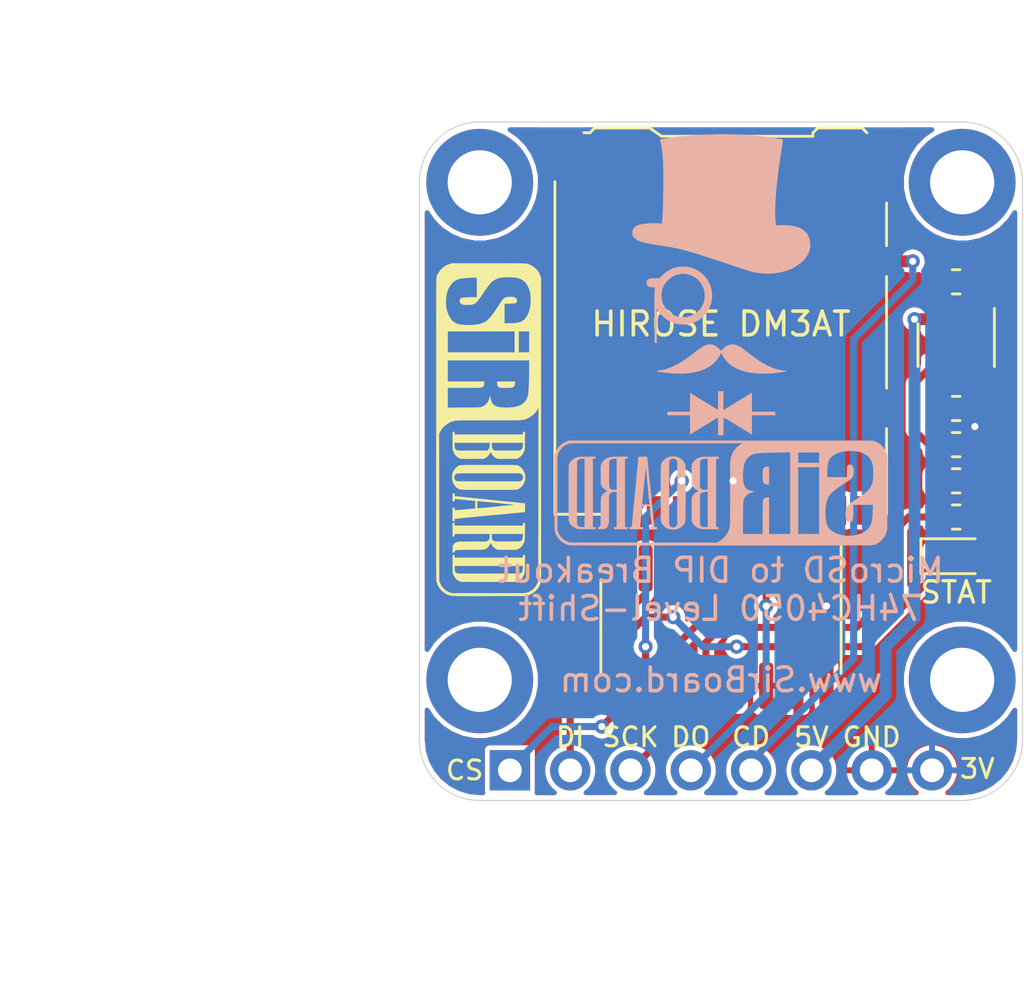
<source format=kicad_pcb>
(kicad_pcb (version 20171130) (host pcbnew "(5.1.2)-2")
  (title_block (title "MicroSD to DIP Breakout_74HC4050") (date 2019-10-25) (rev 2) (company SirBoard) (comment 1 www.SirBoard.com) (comment 2 "HIROSE DM3AT") (comment 3 "DIP 2.54mm"))
  (layers (0 F.Cu signal) (31 B.Cu signal) (34 B.Paste user hide) (35 F.Paste user hide) (36 B.SilkS user) (37 F.SilkS user) (38 B.Mask user hide) (39 F.Mask user hide) (44 Edge.Cuts user))
  (net 0 "")
  (net 1 GND)
  (net 2 VIN)
  (net 3 VOUT)
  (net 4 "Net-(D1-Pad2)")
  (net 5 CS)
  (net 6 DO)
  (net 7 SCK)
  (net 8 DI)
  (net 9 DETA)
  (net 10 "Net-(J3-Pad1)")
  (net 11 "Net-(J3-Pad8)")
  (net 12 DETB)
  (net 13 ADJ)
  (net 14 "Net-(R6-Pad1)")
  (net 15 /DO_SD)
  (net 16 /CLK_SD)
  (net 17 /DI_SD)
  (net 18 /CS_SD)
  (module logo:SirBoard140x44 (layer F.Cu) (at 54.61 31.75 270)
    (fp_text reference G*** hide)
    (fp_text value LOGO hide)
  )
  (module Package_SO:SOIC-16_3.9x9.9mm_P1.27mm (layer F.Cu) (at 64.389 40.0685 270)
    (fp_text reference U2 hide)
    (fp_text value 4050)
    (pad 16 smd roundrect (at 2.475 -4.445 270) (size 1.95 0.6) (layers F.Cu F.Paste F.Mask))
    (pad 15 smd roundrect (at 2.475 -3.175 270) (size 1.95 0.6) (layers F.Cu F.Paste F.Mask) (net 1 GND))
    (pad 14 smd roundrect (at 2.475 -1.905 270) (size 1.95 0.6) (layers F.Cu F.Paste F.Mask) (net 1 GND))
    (pad 13 smd roundrect (at 2.475 -0.635 270) (size 1.95 0.6) (layers F.Cu F.Paste F.Mask))
    (pad 12 smd roundrect (at 2.475 0.635 270) (size 1.95 0.6) (layers F.Cu F.Paste F.Mask) (net 14 "Net-(R6-Pad1)"))
    (pad 11 smd roundrect (at 2.475 1.905 270) (size 1.95 0.6) (layers F.Cu F.Paste F.Mask) (net 7 SCK))
    (pad 10 smd roundrect (at 2.475 3.175 270) (size 1.95 0.6) (layers F.Cu F.Paste F.Mask) (net 18 /CS_SD))
    (pad 9 smd roundrect (at 2.475 4.445 270) (size 1.95 0.6) (layers F.Cu F.Paste F.Mask) (net 5 CS))
    (pad 8 smd roundrect (at -2.475 4.445 270) (size 1.95 0.6) (layers F.Cu F.Paste F.Mask) (net 1 GND))
    (pad 7 smd roundrect (at -2.475 3.175 270) (size 1.95 0.6) (layers F.Cu F.Paste F.Mask) (net 8 DI))
    (pad 6 smd roundrect (at -2.475 1.905 270) (size 1.95 0.6) (layers F.Cu F.Paste F.Mask) (net 17 /DI_SD))
    (pad 5 smd roundrect (at -2.475 0.635 270) (size 1.95 0.6) (layers F.Cu F.Paste F.Mask) (net 7 SCK))
    (pad 4 smd roundrect (at -2.475 -0.635 270) (size 1.95 0.6) (layers F.Cu F.Paste F.Mask) (net 16 /CLK_SD))
    (pad 3 smd roundrect (at -2.475 -1.905 270) (size 1.95 0.6) (layers F.Cu F.Paste F.Mask) (net 6 DO))
    (pad 2 smd roundrect (at -2.475 -3.175 270) (size 1.95 0.6) (layers F.Cu F.Paste F.Mask) (net 15 /DO_SD))
    (pad 1 smd roundrect (at -2.475 -4.445 270) (size 1.95 0.6) (layers F.Cu F.Paste F.Mask) (net 3 VOUT))
  )
  (module Connector_Card:microSD_HC_Hirose_DM3AT-SF-PEJM5 (layer F.Cu) (at 64.389 27.432 180)
    (fp_text reference "HIROSE DM3AT" (at 0 0.127 unlocked) (layer F.SilkS))
    (fp_text value Micro_SD_Card_Det)
    (pad 11 smd rect (at 6.675 7.375 180) (size 1.3 1.9) (layers F.Cu F.Paste F.Mask) (net 1 GND))
    (pad 11 smd rect (at -6.825 6.925 180) (size 1 2.8) (layers F.Cu F.Paste F.Mask) (net 1 GND))
    (pad 10 smd rect (at -6.825 2.775 180) (size 1 0.8) (layers F.Cu F.Paste F.Mask) (net 9 DETA))
    (pad 11 smd rect (at -6.825 -3.425 180) (size 1 1.2) (layers F.Cu F.Paste F.Mask) (net 1 GND))
    (pad 11 smd rect (at 4.325 -7.725 180) (size 1 1.2) (layers F.Cu F.Paste F.Mask) (net 1 GND))
    (pad 7 smd rect (at -3.825 -7.725 180) (size 0.7 1.2) (layers F.Cu F.Paste F.Mask) (net 15 /DO_SD))
    (pad 6 smd rect (at -2.725 -7.725 180) (size 0.7 1.2) (layers F.Cu F.Paste F.Mask) (net 1 GND))
    (pad 5 smd rect (at -1.625 -7.725 180) (size 0.7 1.2) (layers F.Cu F.Paste F.Mask) (net 16 /CLK_SD))
    (pad 4 smd rect (at -0.525 -7.725 180) (size 0.7 1.2) (layers F.Cu F.Paste F.Mask) (net 3 VOUT))
    (pad 3 smd rect (at 0.575 -7.725 180) (size 0.7 1.2) (layers F.Cu F.Paste F.Mask) (net 17 /DI_SD))
    (pad 2 smd rect (at 1.675 -7.725 180) (size 0.7 1.2) (layers F.Cu F.Paste F.Mask) (net 18 /CS_SD))
    (pad 1 smd rect (at 2.775 -7.725 180) (size 0.7 1.2) (layers F.Cu F.Paste F.Mask) (net 10 "Net-(J3-Pad1)"))
    (pad 8 smd rect (at -4.925 -7.725 180) (size 0.7 1.2) (layers F.Cu F.Paste F.Mask) (net 11 "Net-(J3-Pad8)"))
    (pad 9 smd rect (at -5.875 -7.725 180) (size 0.7 1.2) (layers F.Cu F.Paste F.Mask) (net 12 DETB))
  )
  (module Connector_PinHeader_2.54mm:PinHeader_1x08_P2.54mm_Vertical (layer B.Cu) (at 55.499 46.101 270)
    (fp_text reference J1 hide)
    (fp_text value Conn_01x08)
    (pad 8 thru_hole oval (at 0 -17.78 270) (size 1.7 1.7) (drill 1) (layers *.Cu *.Mask) (net 3 VOUT))
    (pad 7 thru_hole oval (at 0 -15.24 270) (size 1.7 1.7) (drill 1) (layers *.Cu *.Mask) (net 1 GND))
    (pad 6 thru_hole oval (at 0 -12.7 270) (size 1.7 1.7) (drill 1) (layers *.Cu *.Mask) (net 2 VIN))
    (pad 5 thru_hole oval (at 0 -10.16 270) (size 1.7 1.7) (drill 1) (layers *.Cu *.Mask) (net 9 DETA))
    (pad 4 thru_hole oval (at 0 -7.62 270) (size 1.7 1.7) (drill 1) (layers *.Cu *.Mask) (net 6 DO))
    (pad 3 thru_hole oval (at 0 -5.08 270) (size 1.7 1.7) (drill 1) (layers *.Cu *.Mask) (net 7 SCK))
    (pad 2 thru_hole oval (at 0 -2.54 270) (size 1.7 1.7) (drill 1) (layers *.Cu *.Mask) (net 8 DI))
    (pad 1 thru_hole rect (at 0 0 270) (size 1.7 1.7) (drill 1) (layers *.Cu *.Mask) (net 5 CS))
  )
  (module logo:logo126x178 (layer B.Cu) (at 64.389 25.654 180)
    (fp_text reference G*** hide)
    (fp_text value LOGO hide)
  )
  (module logo:SirBoard140x44 (layer B.Cu) (at 64.389 34.417 180)
    (fp_text reference G*** hide)
    (fp_text value LOGO hide)
  )
  (module Package_TO_SOT_SMD:SOT-23-5 (layer F.Cu) (at 74.295 28.194 270)
    (fp_text reference U1 hide)
    (fp_text value AP7365)
    (pad 5 smd rect (at 1.1 -0.95 270) (size 1.06 0.65) (layers F.Cu F.Paste F.Mask) (net 3 VOUT))
    (pad 4 smd rect (at 1.1 0.95 270) (size 1.06 0.65) (layers F.Cu F.Paste F.Mask) (net 13 ADJ))
    (pad 3 smd rect (at -1.1 0.95 270) (size 1.06 0.65) (layers F.Cu F.Paste F.Mask) (net 2 VIN))
    (pad 2 smd rect (at -1.1 0 270) (size 1.06 0.65) (layers F.Cu F.Paste F.Mask) (net 1 GND))
    (pad 1 smd rect (at -1.1 -0.95 270) (size 1.06 0.65) (layers F.Cu F.Paste F.Mask) (net 2 VIN))
  )
  (module Resistor_SMD:R_0603_1608Metric (layer F.Cu) (at 74.295 35.433)
    (fp_text reference R6 hide)
    (fp_text value 1K)
    (pad 2 smd roundrect (at 0.7875 0) (size 0.875 0.95) (layers F.Cu F.Paste F.Mask) (net 4 "Net-(D1-Pad2)"))
    (pad 1 smd roundrect (at -0.7875 0) (size 0.875 0.95) (layers F.Cu F.Paste F.Mask) (net 14 "Net-(R6-Pad1)"))
  )
  (module Resistor_SMD:R_0603_1608Metric (layer F.Cu) (at 74.295 33.909)
    (fp_text reference R3 hide)
    (fp_text value 10K)
    (pad 2 smd roundrect (at 0.7875 0) (size 0.875 0.95) (layers F.Cu F.Paste F.Mask) (net 1 GND))
    (pad 1 smd roundrect (at -0.7875 0) (size 0.875 0.95) (layers F.Cu F.Paste F.Mask) (net 13 ADJ))
  )
  (module Resistor_SMD:R_0603_1608Metric (layer F.Cu) (at 74.295 32.385 180)
    (fp_text reference R1 hide)
    (fp_text value 31K6)
    (pad 2 smd roundrect (at 0.7875 0 180) (size 0.875 0.95) (layers F.Cu F.Paste F.Mask) (net 13 ADJ))
    (pad 1 smd roundrect (at -0.7875 0 180) (size 0.875 0.95) (layers F.Cu F.Paste F.Mask) (net 3 VOUT))
  )
  (module MountingHole:MountingHole_2.7mm_M2.5_ISO14580_Pad (layer F.Cu) (at 74.549 42.291 180)
    (fp_text reference H4 hide)
    (fp_text value MountingHole)
    (pad 1 thru_hole circle (at 0 0 180) (size 4.5 4.5) (drill 2.7) (layers *.Cu *.Mask))
  )
  (module MountingHole:MountingHole_2.7mm_M2.5_ISO14580_Pad (layer F.Cu) (at 74.549 21.336 180)
    (fp_text reference H3 hide)
    (fp_text value MountingHole)
    (pad 1 thru_hole circle (at 0 0 180) (size 4.5 4.5) (drill 2.7) (layers *.Cu *.Mask))
  )
  (module MountingHole:MountingHole_2.7mm_M2.5_ISO14580_Pad (layer F.Cu) (at 54.229 42.291 180)
    (fp_text reference H2 hide)
    (fp_text value MountingHole)
    (pad 1 thru_hole circle (at 0 0 180) (size 4.5 4.5) (drill 2.7) (layers *.Cu *.Mask))
  )
  (module MountingHole:MountingHole_2.7mm_M2.5_ISO14580_Pad (layer F.Cu) (at 54.229 21.336 180)
    (fp_text reference H1 hide)
    (fp_text value MountingHole)
    (pad 1 thru_hole circle (at 0 0 180) (size 4.5 4.5) (drill 2.7) (layers *.Cu *.Mask))
  )
  (module LED_SMD:LED_0603_1608Metric (layer F.Cu) (at 74.295 37.084)
    (fp_text reference STAT (at 0 1.524 unlocked) (layer F.SilkS) (effects (font (size 0.9 0.9) (thickness 0.14))))
    (fp_text value LED)
    (pad 2 smd roundrect (at 0.7875 0) (size 0.875 0.95) (layers F.Cu F.Paste F.Mask) (net 4 "Net-(D1-Pad2)"))
    (pad 1 smd roundrect (at -0.7875 0) (size 0.875 0.95) (layers F.Cu F.Paste F.Mask) (net 5 CS))
  )
  (module Capacitor_SMD:C_0603_1608Metric (layer F.Cu) (at 74.295 30.861 180)
    (fp_text reference C2 hide)
    (fp_text value 1uF)
    (pad 2 smd roundrect (at 0.7875 0 180) (size 0.875 0.95) (layers F.Cu F.Paste F.Mask) (net 1 GND))
    (pad 1 smd roundrect (at -0.7875 0 180) (size 0.875 0.95) (layers F.Cu F.Paste F.Mask) (net 3 VOUT))
  )
  (module Capacitor_SMD:C_0603_1608Metric (layer F.Cu) (at 74.295 25.527 180)
    (fp_text reference C1 hide)
    (fp_text value 1uF)
    (pad 2 smd roundrect (at 0.7875 0 180) (size 0.875 0.95) (layers F.Cu F.Paste F.Mask) (net 1 GND))
    (pad 1 smd roundrect (at -0.7875 0 180) (size 0.875 0.95) (layers F.Cu F.Paste F.Mask) (net 2 VIN))
  )
  (gr_text CS (at 53.594 46.101) (layer F.SilkS) (effects (font (size 0.8 0.8) (thickness 0.13))))
  (gr_text DI (at 58.039 44.704) (layer F.SilkS) (effects (font (size 0.8 0.8) (thickness 0.13))))
  (gr_text SCK (at 60.579 44.704) (layer F.SilkS) (effects (font (size 0.8 0.8) (thickness 0.13))))
  (gr_text DO (at 63.119 44.704) (layer F.SilkS) (effects (font (size 0.8 0.8) (thickness 0.13))))
  (gr_text 3V (at 75.184 46.0375) (layer F.SilkS) (effects (font (size 0.8 0.8) (thickness 0.13))))
  (gr_text GND (at 70.739 44.704) (layer F.SilkS) (effects (font (size 0.8 0.8) (thickness 0.13))))
  (gr_text 5V (at 68.199 44.704) (layer F.SilkS) (effects (font (size 0.8 0.8) (thickness 0.13))))
  (gr_text "MicroSD to DIP Breakout\n74HC4050 Level-Shift" (at 64.389 38.481) (layer B.SilkS) (effects (font (size 1 1)) (justify mirror)))
  (gr_text www.SirBoard.com (at 64.389 42.291) (layer B.SilkS) (effects (font (size 1 1)) (justify mirror)))
  (gr_text CD (at 65.659 44.704) (layer F.SilkS) (effects (font (size 0.8 0.8) (thickness 0.13))))
  (gr_line (start 77.089 44.831) (end 77.089 21.336) (layer Edge.Cuts) (width 0.05))
  (gr_line (start 54.229 47.371) (end 74.549 47.371) (layer Edge.Cuts) (width 0.05))
  (gr_line (start 51.689 21.336) (end 51.689 44.831) (layer Edge.Cuts) (width 0.05))
  (gr_line (start 54.229 18.796) (end 74.549 18.796) (layer Edge.Cuts) (width 0.05))
  (gr_arc (start 54.229 21.336) (end 54.229 18.796) (angle -90) (layer Edge.Cuts) (width 0.05))
  (gr_arc (start 74.549 21.336) (end 77.089 21.336) (angle -90) (layer Edge.Cuts) (width 0.05))
  (gr_arc (start 74.549 44.831) (end 74.549 47.371) (angle -90) (layer Edge.Cuts) (width 0.05))
  (gr_arc (start 54.229 44.831) (end 51.689 44.831) (angle -90) (layer Edge.Cuts) (width 0.05))
  (segment (start 75.245 25.6895) (end 75.0825 25.527) (width 0.3) (layer F.Cu) (net 2))
  (segment (start 75.245 27.094) (end 75.245 25.6895) (width 0.3) (layer F.Cu) (net 2))
  (segment (start 73.345 27.752) (end 73.345 27.094) (width 0.3) (layer F.Cu) (net 2))
  (segment (start 73.787 28.194) (end 73.345 27.752) (width 0.3) (layer F.Cu) (net 2))
  (segment (start 74.803 28.194) (end 73.787 28.194) (width 0.3) (layer F.Cu) (net 2))
  (segment (start 75.245 27.094) (end 75.245 27.752) (width 0.3) (layer F.Cu) (net 2))
  (segment (start 75.245 27.752) (end 74.803 28.194) (width 0.3) (layer F.Cu) (net 2))
  (via (at 72.5424 27.1018) (size 0.6) (drill 0.3) (layers F.Cu B.Cu) (net 2))
  (segment (start 73.3372 27.1018) (end 73.345 27.094) (width 0.5) (layer F.Cu) (net 2))
  (segment (start 72.5424 27.1018) (end 73.3372 27.1018) (width 0.5) (layer F.Cu) (net 2))
  (segment (start 72.5424 39.6748) (end 72.5424 27.1018) (width 0.5) (layer B.Cu) (net 2))
  (segment (start 71.3232 40.894) (end 72.5424 39.6748) (width 0.5) (layer B.Cu) (net 2))
  (segment (start 71.3232 42.926) (end 71.3232 40.894) (width 0.5) (layer B.Cu) (net 2))
  (segment (start 68.199 46.101) (end 68.199 46.0502) (width 0.5) (layer B.Cu) (net 2))
  (segment (start 68.199 46.0502) (end 71.3232 42.926) (width 0.5) (layer B.Cu) (net 2))
  (via (at 64.897 33.909) (size 0.6) (drill 0.3) (layers F.Cu B.Cu) (net 3))
  (segment (start 64.914 35.157) (end 64.914 33.926) (width 0.3) (layer F.Cu) (net 3))
  (segment (start 64.914 33.926) (end 64.897 33.909) (width 0.3) (layer F.Cu) (net 3))
  (via (at 68.834 39.1795) (size 0.6) (drill 0.3) (layers F.Cu B.Cu) (net 3))
  (segment (start 68.834 37.5935) (end 68.834 39.1795) (width 0.3) (layer F.Cu) (net 3))
  (segment (start 75.0825 32.385) (end 75.0825 31.6229) (width 0.3) (layer F.Cu) (net 3))
  (segment (start 75.245 30.6985) (end 75.0825 30.861) (width 0.3) (layer F.Cu) (net 3))
  (segment (start 75.245 29.294) (end 75.245 30.6985) (width 0.3) (layer F.Cu) (net 3))
  (segment (start 75.0825 31.6229) (end 75.0825 30.861) (width 0.3) (layer F.Cu) (net 3))
  (via (at 75.0825 31.6229) (size 0.6) (drill 0.3) (layers F.Cu B.Cu) (net 3))
  (segment (start 75.0825 37.084) (end 75.0825 35.433) (width 0.3) (layer F.Cu) (net 4))
  (via (at 59.3725 44.2595) (size 0.6) (drill 0.3) (layers F.Cu B.Cu) (net 5))
  (segment (start 59.944 42.5435) (end 59.944 43.688) (width 0.3) (layer F.Cu) (net 5))
  (segment (start 59.944 43.688) (end 59.3725 44.2595) (width 0.3) (layer F.Cu) (net 5))
  (segment (start 55.499 46.0375) (end 55.499 46.101) (width 0.3) (layer B.Cu) (net 5))
  (segment (start 59.3725 44.2595) (end 57.277 44.2595) (width 0.3) (layer B.Cu) (net 5))
  (segment (start 57.277 44.2595) (end 55.499 46.0375) (width 0.3) (layer B.Cu) (net 5))
  (via (at 65.0494 40.894) (size 0.6) (drill 0.3) (layers F.Cu B.Cu) (net 5))
  (segment (start 70.358 40.894) (end 65.0494 40.894) (width 0.3) (layer F.Cu) (net 5))
  (segment (start 73.5076 37.7444) (end 70.358 40.894) (width 0.3) (layer F.Cu) (net 5))
  (segment (start 73.5075 37.084) (end 73.5076 37.0841) (width 0.3) (layer F.Cu) (net 5))
  (segment (start 73.5076 37.0841) (end 73.5076 37.7444) (width 0.3) (layer F.Cu) (net 5))
  (via (at 62.3824 39.6494) (size 0.6) (drill 0.3) (layers F.Cu B.Cu) (net 5))
  (segment (start 62.682399 39.949399) (end 62.3824 39.6494) (width 0.3) (layer B.Cu) (net 5))
  (segment (start 63.627 40.894) (end 62.682399 39.949399) (width 0.3) (layer B.Cu) (net 5))
  (segment (start 65.0494 40.894) (end 63.627 40.894) (width 0.3) (layer B.Cu) (net 5))
  (segment (start 61.958136 39.6494) (end 62.3824 39.6494) (width 0.3) (layer F.Cu) (net 5))
  (segment (start 61.214 39.6494) (end 61.958136 39.6494) (width 0.3) (layer F.Cu) (net 5))
  (segment (start 59.944 42.5435) (end 59.944 40.9194) (width 0.3) (layer F.Cu) (net 5))
  (segment (start 59.944 40.9194) (end 61.214 39.6494) (width 0.3) (layer F.Cu) (net 5))
  (via (at 66.294 39.1795) (size 0.6) (drill 0.3) (layers F.Cu B.Cu) (net 6))
  (segment (start 66.294 37.5935) (end 66.294 39.1795) (width 0.3) (layer F.Cu) (net 6))
  (segment (start 66.294 42.926) (end 63.119 46.101) (width 0.3) (layer B.Cu) (net 6))
  (segment (start 66.294 39.1795) (end 66.294 42.926) (width 0.3) (layer B.Cu) (net 6))
  (segment (start 61.428999 45.251001) (end 60.579 46.101) (width 0.3) (layer F.Cu) (net 7))
  (segment (start 62.484 42.5435) (end 62.484 44.196) (width 0.3) (layer F.Cu) (net 7))
  (segment (start 62.484 44.196) (end 61.428999 45.251001) (width 0.3) (layer F.Cu) (net 7))
  (segment (start 62.484 41.4685) (end 62.484 42.5435) (width 0.3) (layer F.Cu) (net 7))
  (segment (start 62.484 40.8686) (end 62.484 41.4685) (width 0.3) (layer F.Cu) (net 7))
  (segment (start 63.754 37.5935) (end 63.754 39.5986) (width 0.3) (layer F.Cu) (net 7))
  (segment (start 63.754 39.5986) (end 62.484 40.8686) (width 0.3) (layer F.Cu) (net 7))
  (segment (start 61.214 38.6685) (end 60.5125 39.37) (width 0.3) (layer F.Cu) (net 8))
  (segment (start 61.214 37.5935) (end 61.214 38.6685) (width 0.3) (layer F.Cu) (net 8))
  (segment (start 60.5125 39.37) (end 59.055 39.37) (width 0.3) (layer F.Cu) (net 8))
  (segment (start 58.039 40.386) (end 58.039 46.101) (width 0.3) (layer F.Cu) (net 8))
  (segment (start 59.055 39.37) (end 58.039 40.386) (width 0.3) (layer F.Cu) (net 8))
  (via (at 72.4662 24.6634) (size 0.6) (drill 0.3) (layers F.Cu B.Cu) (net 9))
  (segment (start 71.2204 24.6634) (end 71.214 24.657) (width 0.5) (layer F.Cu) (net 9))
  (segment (start 72.4662 24.6634) (end 71.2204 24.6634) (width 0.5) (layer F.Cu) (net 9))
  (segment (start 72.4662 25.4508) (end 72.4662 24.6634) (width 0.3) (layer B.Cu) (net 9))
  (segment (start 69.977 27.94) (end 72.4662 25.4508) (width 0.3) (layer B.Cu) (net 9))
  (segment (start 69.977 41.402) (end 69.977 27.94) (width 0.3) (layer B.Cu) (net 9))
  (segment (start 65.659 46.101) (end 65.659 45.72) (width 0.3) (layer B.Cu) (net 9))
  (segment (start 65.659 45.72) (end 69.977 41.402) (width 0.3) (layer B.Cu) (net 9))
  (segment (start 73.5075 33.909) (end 73.5075 32.385) (width 0.3) (layer F.Cu) (net 13))
  (segment (start 73.055 29.294) (end 73.345 29.294) (width 0.3) (layer F.Cu) (net 13))
  (segment (start 72.517 29.832) (end 73.055 29.294) (width 0.3) (layer F.Cu) (net 13))
  (segment (start 72.517 31.76275) (end 72.517 29.832) (width 0.3) (layer F.Cu) (net 13))
  (segment (start 73.5075 32.385) (end 73.13925 32.385) (width 0.3) (layer F.Cu) (net 13))
  (segment (start 73.13925 32.385) (end 72.517 31.76275) (width 0.3) (layer F.Cu) (net 13))
  (segment (start 63.754 40.7162) (end 63.754 42.5435) (width 0.3) (layer F.Cu) (net 14))
  (segment (start 73.5075 35.433) (end 72.2884 35.433) (width 0.3) (layer F.Cu) (net 14))
  (segment (start 71.882 35.8394) (end 71.882 38.3032) (width 0.3) (layer F.Cu) (net 14))
  (segment (start 71.882 38.3032) (end 70.104 40.0812) (width 0.3) (layer F.Cu) (net 14))
  (segment (start 70.104 40.0812) (end 64.389 40.0812) (width 0.3) (layer F.Cu) (net 14))
  (segment (start 72.2884 35.433) (end 71.882 35.8394) (width 0.3) (layer F.Cu) (net 14))
  (segment (start 64.389 40.0812) (end 63.754 40.7162) (width 0.3) (layer F.Cu) (net 14))
  (segment (start 68.214 35.79975) (end 68.214 35.157) (width 0.3) (layer F.Cu) (net 15))
  (segment (start 67.564 37.5935) (end 67.564 36.44975) (width 0.3) (layer F.Cu) (net 15))
  (segment (start 67.564 36.44975) (end 68.214 35.79975) (width 0.3) (layer F.Cu) (net 15))
  (segment (start 66.014 35.84) (end 66.014 35.157) (width 0.3) (layer F.Cu) (net 16))
  (segment (start 65.024 37.5935) (end 65.024 36.83) (width 0.3) (layer F.Cu) (net 16))
  (segment (start 65.024 36.83) (end 66.014 35.84) (width 0.3) (layer F.Cu) (net 16))
  (segment (start 62.484 36.957) (end 62.484 37.5935) (width 0.3) (layer F.Cu) (net 17))
  (segment (start 63.814 35.157) (end 63.814 35.627) (width 0.3) (layer F.Cu) (net 17))
  (segment (start 63.814 35.627) (end 62.484 36.957) (width 0.3) (layer F.Cu) (net 17))
  (via (at 62.738 33.909) (size 0.6) (drill 0.3) (layers F.Cu B.Cu) (net 18))
  (segment (start 62.714 35.157) (end 62.714 33.933) (width 0.3) (layer F.Cu) (net 18))
  (segment (start 62.714 33.933) (end 62.738 33.909) (width 0.3) (layer F.Cu) (net 18))
  (via (at 61.214 40.894) (size 0.6) (drill 0.3) (layers F.Cu B.Cu) (net 18))
  (segment (start 62.738 33.909) (end 61.214 35.433) (width 0.3) (layer B.Cu) (net 18))
  (segment (start 61.214 35.433) (end 61.214 40.894) (width 0.3) (layer B.Cu) (net 18))
  (segment (start 61.214 40.894) (end 61.214 42.5435) (width 0.3) (layer F.Cu) (net 18))
  (zone (net 3) (net_name VOUT) (layer B.Cu) (connect_pads (clearance 0.2)) (min_thickness 0.2) (fill yes (arc_segments 32) (thermal_gap 0.25) (thermal_bridge_width 0.25))
    (polygon (pts (xy 77.089 47.371) (xy 51.689 47.371) (xy 51.689 18.796) (xy 77.089 18.796)))
  )
  (zone (net 1) (net_name GND) (layer F.Cu) (connect_pads (clearance 0.2)) (min_thickness 0.2) (fill yes (arc_segments 32) (thermal_gap 0.25) (thermal_bridge_width 0.25))
    (polygon (pts (xy 77.089 47.371) (xy 51.689 47.371) (xy 51.689 18.796) (xy 77.089 18.796)))
  )
)
</source>
